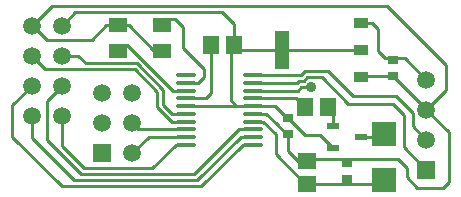
<source format=gtl>
G04 Layer_Physical_Order=1*
G04 Layer_Color=255*
%FSLAX44Y44*%
%MOMM*%
G71*
G01*
G75*
%ADD10R,0.9000X0.7000*%
%ADD11R,1.0000X0.6000*%
%ADD12R,1.3500X1.5500*%
%ADD13R,1.3100X0.9300*%
%ADD14R,1.3100X3.2400*%
%ADD15R,1.6000X1.2500*%
%ADD16O,1.8000X0.3500*%
%ADD17R,1.5500X1.3500*%
%ADD18C,0.2540*%
%ADD19R,1.5000X1.5000*%
%ADD20C,1.5000*%
%ADD21R,2.0000X2.0000*%
%ADD22C,0.9000*%
D10*
X1642000Y269000D02*
D03*
Y283000D02*
D03*
X1681480Y370220D02*
D03*
Y356220D02*
D03*
X1592000Y321000D02*
D03*
Y307000D02*
D03*
D11*
X1654000Y305000D02*
D03*
X1630000Y295500D02*
D03*
Y314500D02*
D03*
D12*
X1625750Y330000D02*
D03*
X1606250D02*
D03*
X1526950Y382270D02*
D03*
X1546450D02*
D03*
D13*
X1653970Y355560D02*
D03*
Y378460D02*
D03*
Y401360D02*
D03*
D14*
X1587070Y378460D02*
D03*
D15*
X1485350Y399620D02*
D03*
X1448350D02*
D03*
Y377620D02*
D03*
X1485350D02*
D03*
D16*
X1505660Y356910D02*
D03*
Y350410D02*
D03*
Y343910D02*
D03*
Y337410D02*
D03*
Y330910D02*
D03*
Y324410D02*
D03*
Y317910D02*
D03*
Y311410D02*
D03*
Y304910D02*
D03*
Y298410D02*
D03*
X1562660Y356910D02*
D03*
Y350410D02*
D03*
Y343910D02*
D03*
Y337410D02*
D03*
Y330910D02*
D03*
Y324410D02*
D03*
Y317910D02*
D03*
Y311410D02*
D03*
Y304910D02*
D03*
Y298410D02*
D03*
D17*
X1608000Y265250D02*
D03*
Y284750D02*
D03*
D18*
Y265250D02*
X1671140D01*
X1609000Y285750D02*
X1685290D01*
X1582540Y315460D02*
X1592000Y306000D01*
X1671520Y305000D02*
X1673860Y307340D01*
X1654000Y305000D02*
X1671520D01*
X1625750Y330000D02*
X1630000Y325750D01*
Y314500D02*
Y325750D01*
X1581090Y330910D02*
X1593000Y319000D01*
X1544320Y378460D02*
X1587070D01*
X1618980Y306520D02*
X1630000Y295500D01*
X1606519Y306520D02*
X1618980D01*
X1608000Y284750D02*
X1609000Y285750D01*
X1592000Y306000D02*
Y307000D01*
Y293000D02*
Y306000D01*
X1600250Y284750D02*
X1608000D01*
X1592000Y293000D02*
X1600250Y284750D01*
X1571273Y317910D02*
X1582000Y307183D01*
Y290211D02*
Y307183D01*
Y290211D02*
X1606961Y265250D01*
X1608000D01*
X1671140D02*
X1673860Y267970D01*
X1670160Y307340D02*
X1673860D01*
X1592039Y321000D02*
X1606519Y306520D01*
X1592000Y321000D02*
X1592039D01*
X1608558Y355310D02*
X1620810D01*
X1605328Y352080D02*
X1608558Y355310D01*
X1601446Y352080D02*
X1605328D01*
X1562660Y337410D02*
X1598840D01*
X1606250Y330000D01*
X1625890Y360390D02*
X1647190Y339090D01*
X1620810Y355310D02*
X1643380Y332740D01*
X1606454Y360390D02*
X1625890D01*
X1562910Y357160D02*
X1603224D01*
X1562660Y356910D02*
X1562910Y357160D01*
X1603224D02*
X1606454Y360390D01*
X1599776Y350410D02*
X1601446Y352080D01*
X1562660Y350410D02*
X1599776D01*
X1603550Y347000D02*
X1612000D01*
X1600460Y343910D02*
X1603550Y347000D01*
X1562660Y343910D02*
X1600460D01*
X1582540Y315460D02*
Y315674D01*
X1573804Y324410D02*
X1582540Y315674D01*
X1691020Y371460D02*
X1709420Y353060D01*
X1668780Y377190D02*
X1674510Y371460D01*
X1668780Y377190D02*
Y396240D01*
X1663660Y401360D02*
X1668780Y396240D01*
X1653970Y401360D02*
X1663660D01*
X1674510Y371460D02*
X1691020D01*
X1654630Y356220D02*
X1681480D01*
X1653970Y355560D02*
X1654630Y356220D01*
X1647190Y339090D02*
X1684020D01*
X1544320Y335280D02*
X1548690Y330910D01*
X1562660D01*
X1505660D02*
X1548690D01*
X1723390Y261620D02*
X1728470Y266700D01*
Y308610D01*
X1709420Y327660D02*
X1728470Y308610D01*
X1685290Y285750D02*
X1692910Y278130D01*
Y270510D02*
Y278130D01*
Y270510D02*
X1701800Y261620D01*
X1723390D01*
X1505660Y337410D02*
X1522320D01*
X1526950Y342040D01*
Y382270D01*
X1544320Y380140D02*
X1546450Y382270D01*
X1544320Y335280D02*
Y378460D01*
Y380140D01*
X1505660Y350410D02*
X1516270D01*
X1521460Y355600D01*
Y361950D01*
X1503680Y379730D02*
X1521460Y361950D01*
X1503680Y379730D02*
Y397510D01*
X1496490Y404700D02*
X1503680Y397510D01*
X1495050Y343910D02*
X1505660D01*
X1375410Y373380D02*
X1386840Y361950D01*
X1400810Y373380D02*
X1414780D01*
X1421130Y367030D01*
X1358900Y304800D02*
Y331470D01*
X1375410Y347980D01*
X1494230Y324410D02*
X1505660D01*
X1421130Y367030D02*
X1464310D01*
X1386840Y361950D02*
X1462206D01*
X1493546Y317910D02*
X1505660D01*
X1456260Y382700D02*
X1495050Y343910D01*
X1375410Y303530D02*
Y322580D01*
X1388110Y302260D02*
Y335280D01*
X1400810Y347980D01*
X1358900Y304800D02*
X1400810Y262890D01*
X1375410Y303530D02*
X1410970Y267970D01*
X1388110Y302260D02*
X1417320Y273050D01*
X1400810Y297180D02*
Y322580D01*
Y297180D02*
X1419860Y278130D01*
X1697830Y313850D02*
X1709420Y302260D01*
X1697830Y313850D02*
Y325280D01*
X1643380Y332740D02*
X1681032D01*
X1684020Y339090D02*
X1697830Y325280D01*
X1690370Y295910D02*
X1709420Y276860D01*
X1690370Y295910D02*
Y323402D01*
X1681032Y332740D02*
X1690370Y323402D01*
X1562660Y330910D02*
X1581090D01*
X1562660Y324410D02*
X1573804D01*
X1481510Y329946D02*
X1493546Y317910D01*
X1486590Y332050D02*
X1494230Y324410D01*
X1486590Y332050D02*
Y344750D01*
X1481510Y329946D02*
Y342646D01*
X1462206Y361950D02*
X1481510Y342646D01*
X1464310Y367030D02*
X1486590Y344750D01*
X1465320Y311410D02*
X1505660D01*
X1460500Y316230D02*
X1465320Y311410D01*
X1474580Y304910D02*
X1505660D01*
X1460500Y290830D02*
X1474580Y304910D01*
X1546450Y382270D02*
Y400460D01*
X1375410Y398780D02*
X1376680D01*
X1648500Y355560D02*
X1653970D01*
X1709420Y327660D02*
X1725930Y344170D01*
Y365760D01*
X1587070Y378460D02*
X1653970D01*
X1681480Y356220D02*
X1709420Y328280D01*
Y327660D02*
Y328280D01*
X1485350Y404700D02*
X1496490D01*
X1448350Y382700D02*
X1456260D01*
X1438480Y399620D02*
X1448350D01*
X1457120D01*
X1479120Y377620D01*
X1485350D01*
X1400810Y262890D02*
X1518920D01*
X1554440Y298410D01*
X1562660D01*
X1410970Y267970D02*
X1515110D01*
X1552050Y304910D01*
X1562660D01*
X1417320Y273050D02*
X1512570D01*
X1550930Y311410D01*
X1562660D01*
X1477010Y278130D02*
X1497290Y298410D01*
X1505660D01*
X1419860Y278130D02*
X1477010D01*
X1562660Y317910D02*
X1571273D01*
X1388450Y387010D02*
X1425870D01*
X1376680Y398780D02*
X1388450Y387010D01*
X1425870D02*
X1438480Y399620D01*
X1400810Y398780D02*
X1412240Y410210D01*
X1536700D01*
X1546450Y400460D01*
X1375410Y398780D02*
X1392380Y415750D01*
X1675940D01*
X1725930Y365760D01*
D19*
X1709420Y276860D02*
D03*
X1435100Y290830D02*
D03*
D20*
X1709420Y302260D02*
D03*
Y327660D02*
D03*
Y353060D02*
D03*
X1400810Y322580D02*
D03*
X1375410D02*
D03*
X1400810Y347980D02*
D03*
X1375410D02*
D03*
X1400810Y373380D02*
D03*
X1375410D02*
D03*
X1400810Y398780D02*
D03*
X1375410D02*
D03*
X1460500Y341630D02*
D03*
X1435100D02*
D03*
X1460500Y316230D02*
D03*
X1435100D02*
D03*
X1460500Y290830D02*
D03*
D21*
X1673860Y267970D02*
D03*
Y307340D02*
D03*
D22*
X1612000Y347000D02*
D03*
M02*

</source>
